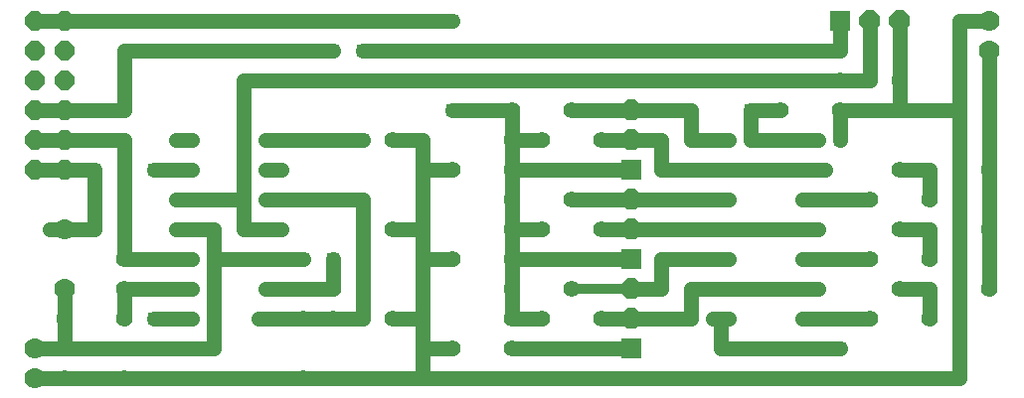
<source format=gbl>
G75*
%MOIN*%
%OFA0B0*%
%FSLAX25Y25*%
%IPPOS*%
%LPD*%
%AMOC8*
5,1,8,0,0,1.08239X$1,22.5*
%
%ADD10C,0.05543*%
%ADD11OC8,0.07000*%
%ADD12R,0.07000X0.07000*%
%ADD13C,0.05150*%
%ADD14C,0.07000*%
%ADD15OC8,0.06496*%
%ADD16C,0.05000*%
%ADD17R,0.03962X0.03962*%
%ADD18C,0.03200*%
D10*
X0043919Y0017987D03*
X0063919Y0017987D03*
X0063919Y0037987D03*
X0043919Y0037987D03*
X0063919Y0047987D03*
X0063919Y0057987D03*
X0123919Y0037987D03*
X0133919Y0037987D03*
X0153919Y0037987D03*
X0133919Y0047987D03*
X0173919Y0057987D03*
X0193919Y0057987D03*
X0193919Y0067987D03*
X0203919Y0067987D03*
X0223919Y0067987D03*
X0213919Y0077987D03*
X0193919Y0077987D03*
X0193919Y0087987D03*
X0173919Y0087987D03*
X0153919Y0097987D03*
X0193919Y0097987D03*
X0203919Y0097987D03*
X0223919Y0097987D03*
X0213919Y0107987D03*
X0193919Y0107987D03*
X0283919Y0107987D03*
X0303919Y0107987D03*
X0303919Y0117987D03*
X0323919Y0117987D03*
X0323919Y0087987D03*
X0313919Y0077987D03*
X0333919Y0077987D03*
X0323919Y0067987D03*
X0313919Y0057987D03*
X0333919Y0057987D03*
X0323919Y0047987D03*
X0313919Y0037987D03*
X0333919Y0037987D03*
X0353919Y0047987D03*
X0353919Y0067987D03*
X0353919Y0087987D03*
X0223919Y0037987D03*
X0203919Y0037987D03*
X0193919Y0037987D03*
X0193919Y0047987D03*
X0213919Y0047987D03*
X0193919Y0027987D03*
X0173919Y0027987D03*
X0123919Y0017987D03*
X0153919Y0067987D03*
D11*
X0233919Y0067987D03*
X0233919Y0077987D03*
X0233919Y0097987D03*
X0233919Y0107987D03*
X0313919Y0137987D03*
X0323919Y0137987D03*
X0233919Y0047987D03*
X0233919Y0037987D03*
D12*
X0233919Y0027987D03*
X0233919Y0057987D03*
X0233919Y0087987D03*
X0303919Y0137987D03*
D13*
X0296494Y0097987D02*
X0291345Y0097987D01*
X0291345Y0087987D02*
X0296494Y0087987D01*
X0296494Y0077987D02*
X0291345Y0077987D01*
X0291345Y0067987D02*
X0296494Y0067987D01*
X0296494Y0057987D02*
X0291345Y0057987D01*
X0291345Y0047987D02*
X0296494Y0047987D01*
X0296494Y0037987D02*
X0291345Y0037987D01*
X0266494Y0037987D02*
X0261345Y0037987D01*
X0261345Y0047987D02*
X0266494Y0047987D01*
X0266494Y0057987D02*
X0261345Y0057987D01*
X0261345Y0067987D02*
X0266494Y0067987D01*
X0266494Y0077987D02*
X0261345Y0077987D01*
X0261345Y0087987D02*
X0266494Y0087987D01*
X0266494Y0097987D02*
X0261345Y0097987D01*
X0116494Y0097987D02*
X0111345Y0097987D01*
X0111345Y0087987D02*
X0116494Y0087987D01*
X0116494Y0077987D02*
X0111345Y0077987D01*
X0111345Y0067987D02*
X0116494Y0067987D01*
X0116494Y0057987D02*
X0111345Y0057987D01*
X0111345Y0047987D02*
X0116494Y0047987D01*
X0116494Y0037987D02*
X0111345Y0037987D01*
X0086494Y0037987D02*
X0081345Y0037987D01*
X0081345Y0047987D02*
X0086494Y0047987D01*
X0086494Y0057987D02*
X0081345Y0057987D01*
X0081345Y0067987D02*
X0086494Y0067987D01*
X0086494Y0077987D02*
X0081345Y0077987D01*
X0081345Y0087987D02*
X0086494Y0087987D01*
X0086494Y0097987D02*
X0081345Y0097987D01*
D14*
X0033919Y0017987D03*
X0033919Y0027987D03*
X0043919Y0047987D03*
X0043919Y0067987D03*
X0353919Y0127987D03*
X0353919Y0137987D03*
D15*
X0043919Y0137987D03*
X0033919Y0137987D03*
X0033919Y0127987D03*
X0043919Y0127987D03*
X0043919Y0117987D03*
X0033919Y0117987D03*
X0033919Y0107987D03*
X0043919Y0107987D03*
X0043919Y0097987D03*
X0033919Y0097987D03*
X0033919Y0087987D03*
X0043919Y0087987D03*
D16*
X0033919Y0087987D02*
X0053919Y0087987D01*
X0053919Y0067987D01*
X0043919Y0067987D01*
X0038919Y0067987D01*
X0063919Y0057987D02*
X0063919Y0097987D01*
X0033919Y0097987D01*
X0033919Y0107987D02*
X0063919Y0107987D01*
X0063919Y0127987D01*
X0133919Y0127987D01*
X0143919Y0127987D02*
X0273919Y0127987D01*
X0303919Y0127987D01*
X0303919Y0137987D01*
X0313919Y0137987D02*
X0313919Y0117987D01*
X0303919Y0117987D01*
X0103919Y0117987D01*
X0103919Y0077987D01*
X0083919Y0077987D01*
X0103919Y0077987D02*
X0103919Y0067987D01*
X0113919Y0067987D01*
X0093919Y0067987D02*
X0083919Y0067987D01*
X0093919Y0067987D02*
X0093919Y0057987D01*
X0093919Y0027987D01*
X0043919Y0027987D01*
X0043919Y0037987D01*
X0043919Y0047987D01*
X0063919Y0047987D02*
X0063919Y0037987D01*
X0073919Y0037987D02*
X0083919Y0037987D01*
X0083919Y0047987D02*
X0073919Y0047987D01*
X0063919Y0047987D01*
X0063919Y0057987D02*
X0083919Y0057987D01*
X0093919Y0057987D02*
X0113919Y0057987D01*
X0123919Y0057987D01*
X0133919Y0057987D02*
X0133919Y0047987D01*
X0113919Y0047987D01*
X0113919Y0037987D02*
X0108919Y0037987D01*
X0113919Y0037987D02*
X0123919Y0037987D01*
X0133919Y0037987D01*
X0143919Y0037987D02*
X0123919Y0037987D01*
X0143919Y0037987D02*
X0143919Y0077987D01*
X0113919Y0077987D01*
X0083919Y0087987D02*
X0073919Y0087987D01*
X0113919Y0097987D02*
X0123919Y0097987D01*
X0143919Y0097987D01*
X0153919Y0097987D02*
X0163919Y0097987D01*
X0163919Y0087987D01*
X0173919Y0087987D01*
X0163919Y0087987D02*
X0163919Y0067987D01*
X0153919Y0067987D01*
X0163919Y0067987D02*
X0163919Y0057987D01*
X0173919Y0057987D01*
X0163919Y0057987D02*
X0163919Y0037987D01*
X0153919Y0037987D01*
X0163919Y0037987D02*
X0163919Y0027987D01*
X0173919Y0027987D01*
X0163919Y0027987D02*
X0163919Y0017987D01*
X0123919Y0017987D01*
X0073919Y0017987D01*
X0063919Y0017987D01*
X0033919Y0017987D01*
X0033919Y0027987D02*
X0043919Y0027987D01*
X0163919Y0017987D02*
X0343919Y0017987D01*
X0343919Y0107987D01*
X0323919Y0107987D01*
X0323919Y0117987D01*
X0323919Y0137987D01*
X0343919Y0137987D02*
X0343919Y0107987D01*
X0323919Y0107987D02*
X0303919Y0107987D01*
X0303919Y0097987D01*
X0293919Y0097987D02*
X0273919Y0097987D01*
X0273919Y0107987D01*
X0283919Y0107987D01*
X0263919Y0097987D02*
X0253919Y0097987D01*
X0253919Y0107987D01*
X0233919Y0107987D01*
X0213919Y0107987D01*
X0193919Y0107987D02*
X0173919Y0107987D01*
X0193919Y0107987D02*
X0193919Y0097987D01*
X0193919Y0077987D01*
X0193919Y0067987D01*
X0193919Y0047987D01*
X0193919Y0037987D01*
X0203919Y0037987D01*
X0223919Y0037987D02*
X0253919Y0037987D01*
X0253919Y0047987D01*
X0263919Y0047987D01*
X0293919Y0047987D01*
X0293919Y0057987D02*
X0313919Y0057987D01*
X0333919Y0057987D02*
X0333919Y0067987D01*
X0323919Y0067987D01*
X0313919Y0077987D02*
X0293919Y0077987D01*
X0293919Y0087987D02*
X0298919Y0087987D01*
X0293919Y0087987D02*
X0263919Y0087987D01*
X0243919Y0087987D01*
X0243919Y0097987D01*
X0233919Y0097987D01*
X0223919Y0097987D01*
X0203919Y0097987D02*
X0193919Y0097987D01*
X0193919Y0087987D02*
X0233919Y0087987D01*
X0233919Y0077987D02*
X0213919Y0077987D01*
X0233919Y0077987D02*
X0263919Y0077987D01*
X0263919Y0067987D02*
X0293919Y0067987D01*
X0263919Y0067987D02*
X0233919Y0067987D01*
X0223919Y0067987D01*
X0203919Y0067987D02*
X0193919Y0067987D01*
X0193919Y0057987D02*
X0233919Y0057987D01*
X0243919Y0057987D02*
X0263919Y0057987D01*
X0243919Y0057987D02*
X0243919Y0047987D01*
X0233919Y0047987D01*
X0263919Y0037987D02*
X0263919Y0027987D01*
X0303919Y0027987D01*
X0293919Y0037987D02*
X0313919Y0037987D01*
X0333919Y0037987D02*
X0333919Y0047987D01*
X0323919Y0047987D01*
X0353919Y0047987D02*
X0353919Y0067987D01*
X0353919Y0087987D01*
X0333919Y0087987D02*
X0323919Y0087987D01*
X0333919Y0087987D02*
X0333919Y0077987D01*
X0353919Y0047987D02*
X0353919Y0127987D01*
X0353919Y0137987D02*
X0343919Y0137987D01*
X0173919Y0137987D02*
X0053919Y0137987D01*
X0033919Y0137987D01*
X0193919Y0027987D02*
X0233919Y0027987D01*
D17*
X0303919Y0027987D03*
X0303919Y0097987D03*
X0273919Y0107987D03*
X0273919Y0127987D03*
X0173919Y0137987D03*
X0143919Y0127987D03*
X0133919Y0127987D03*
X0173919Y0107987D03*
X0143919Y0097987D03*
X0123919Y0097987D03*
X0073919Y0087987D03*
X0053919Y0087987D03*
X0123919Y0057987D03*
X0133919Y0057987D03*
X0073919Y0047987D03*
X0073919Y0037987D03*
X0073919Y0017987D03*
X0053919Y0137987D03*
D18*
X0213919Y0047987D02*
X0233919Y0047987D01*
M02*

</source>
